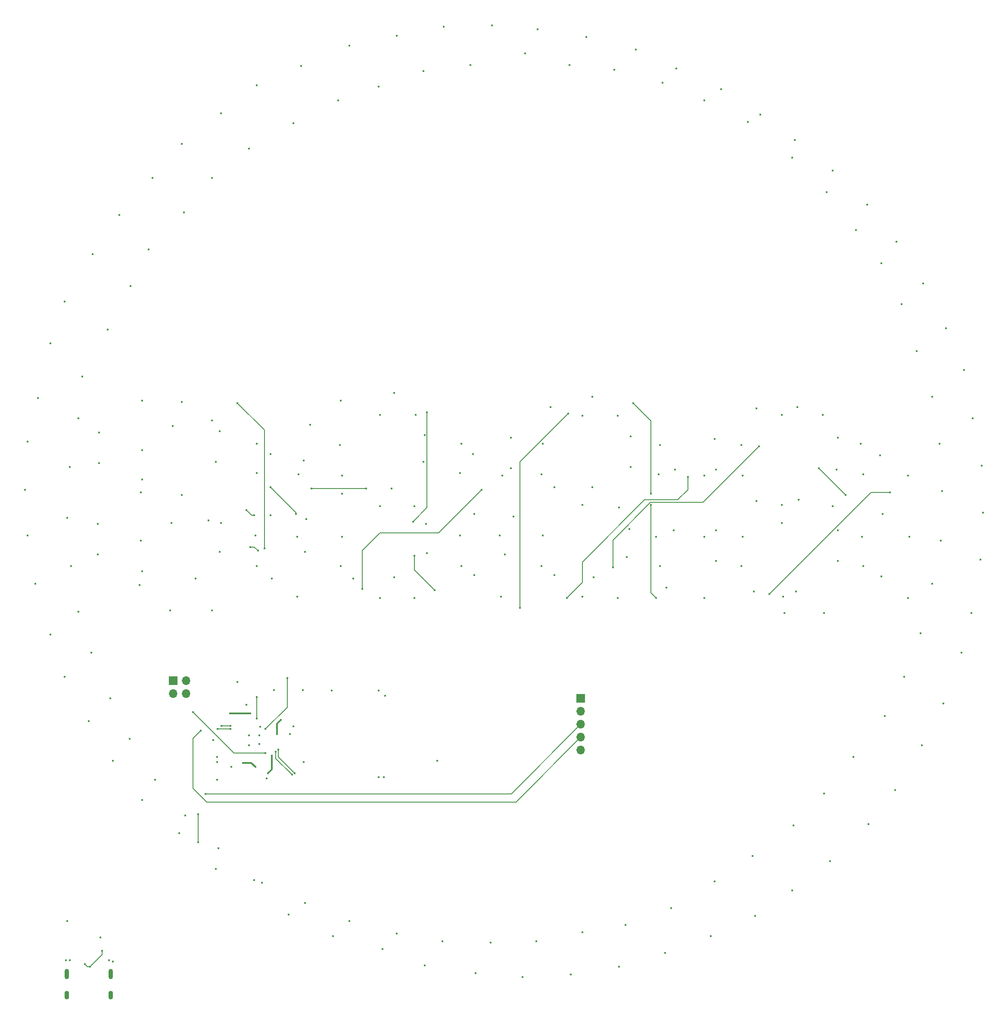
<source format=gbr>
%TF.GenerationSoftware,KiCad,Pcbnew,7.0.2-0*%
%TF.CreationDate,2023-04-30T21:52:29+02:00*%
%TF.ProjectId,tomclock,746f6d63-6c6f-4636-9b2e-6b696361645f,rev?*%
%TF.SameCoordinates,Original*%
%TF.FileFunction,Copper,L4,Bot*%
%TF.FilePolarity,Positive*%
%FSLAX46Y46*%
G04 Gerber Fmt 4.6, Leading zero omitted, Abs format (unit mm)*
G04 Created by KiCad (PCBNEW 7.0.2-0) date 2023-04-30 21:52:29*
%MOMM*%
%LPD*%
G01*
G04 APERTURE LIST*
%TA.AperFunction,ComponentPad*%
%ADD10R,1.700000X1.700000*%
%TD*%
%TA.AperFunction,ComponentPad*%
%ADD11O,1.700000X1.700000*%
%TD*%
%TA.AperFunction,ComponentPad*%
%ADD12O,0.900000X2.000000*%
%TD*%
%TA.AperFunction,ComponentPad*%
%ADD13O,0.900000X1.700000*%
%TD*%
%TA.AperFunction,ViaPad*%
%ADD14C,0.450000*%
%TD*%
%TA.AperFunction,Conductor*%
%ADD15C,0.300000*%
%TD*%
%TA.AperFunction,Conductor*%
%ADD16C,0.127000*%
%TD*%
G04 APERTURE END LIST*
D10*
%TO.P,J5,1,Pin_1*%
%TO.N,GND*%
X56060000Y-148310000D03*
D11*
%TO.P,J5,2,Pin_2*%
X58600000Y-148310000D03*
%TO.P,J5,3,Pin_3*%
%TO.N,/rp2040_base/USB_BOOT*%
X56060000Y-150850000D03*
%TO.P,J5,4,Pin_4*%
%TO.N,/rp2040_base/RESET*%
X58600000Y-150850000D03*
%TD*%
D10*
%TO.P,J1,1,Pin_1*%
%TO.N,GND*%
X136200000Y-151790000D03*
D11*
%TO.P,J1,2,Pin_2*%
%TO.N,+3V3*%
X136200000Y-154330000D03*
%TO.P,J1,3,Pin_3*%
%TO.N,/GPIO19_I2C1_SDA*%
X136200000Y-156870000D03*
%TO.P,J1,4,Pin_4*%
%TO.N,/GPIO19_I2C1_SCL*%
X136200000Y-159410000D03*
%TO.P,J1,5,Pin_5*%
%TO.N,unconnected-(J1-Pin_5-Pad5)*%
X136200000Y-161950000D03*
%TD*%
D12*
%TO.P,J2,S1,SHIELD*%
%TO.N,GND*%
X35180000Y-205945000D03*
D13*
X35180000Y-210115000D03*
D12*
X43820000Y-205945000D03*
D13*
X43820000Y-210115000D03*
%TD*%
D14*
%TO.N,GND*%
X80500000Y-120000000D03*
X143750000Y-114250000D03*
X71000000Y-159000000D03*
X65000000Y-181250000D03*
X178250000Y-42000000D03*
X40000000Y-142750000D03*
X168000000Y-120000000D03*
X191250000Y-101750000D03*
X124750000Y-206500000D03*
X103500000Y-114000000D03*
X160500000Y-108000000D03*
X37500000Y-96750000D03*
X72250000Y-119750000D03*
X97250000Y-201000000D03*
X200500000Y-132000000D03*
X78750000Y-194250000D03*
X160500000Y-132000000D03*
X105500000Y-204250000D03*
X114500000Y-27250000D03*
X143500000Y-132000000D03*
X191500000Y-120000000D03*
X43250000Y-79250000D03*
X36000000Y-125750000D03*
X120500000Y-131750000D03*
X81600000Y-150100000D03*
X208000000Y-79000000D03*
X112500000Y-107500000D03*
X125250000Y-25000000D03*
X203500000Y-70250000D03*
X175750000Y-96000000D03*
X175750000Y-117250000D03*
X120750000Y-108000000D03*
X191750000Y-125750000D03*
X43750000Y-151750000D03*
X44250000Y-203500000D03*
X47750000Y-70750000D03*
X161750000Y-198500000D03*
X160500000Y-120000000D03*
X128500000Y-107750000D03*
X37500000Y-134750000D03*
X50000000Y-126750000D03*
X211500000Y-87250000D03*
X143500000Y-96250000D03*
X192750000Y-176500000D03*
X151750000Y-125750000D03*
X151000000Y-120000000D03*
X183750000Y-96000000D03*
X176000000Y-131750000D03*
X97750000Y-151250000D03*
X72500000Y-107500000D03*
X50000000Y-108750000D03*
X108000000Y-164000000D03*
X103500000Y-132000000D03*
X87500000Y-198500000D03*
X213250000Y-96750000D03*
X198250000Y-62000000D03*
X68750000Y-148500000D03*
X170500000Y-194500000D03*
X80500000Y-131750000D03*
X56000000Y-98250000D03*
X63000000Y-116750000D03*
X71000000Y-161000000D03*
X185750000Y-48000000D03*
X185250000Y-183750000D03*
X96750000Y-96000000D03*
X136500000Y-96250000D03*
X80750000Y-107750000D03*
X67500000Y-165250000D03*
X177750000Y-189500000D03*
X52500000Y-167750000D03*
X35750000Y-106250000D03*
X71000000Y-43750000D03*
X96750000Y-114000000D03*
X215000000Y-106000000D03*
X64000000Y-160000000D03*
X64750000Y-164250000D03*
X134000000Y-27250000D03*
X63750000Y-49500000D03*
X105250000Y-28500000D03*
X73219634Y-157335000D03*
X89250000Y-108000000D03*
X112750000Y-125750000D03*
X75900000Y-150100000D03*
X72500000Y-101750000D03*
X167750000Y-102000000D03*
X58500000Y-174750000D03*
X72000000Y-187500000D03*
X70500000Y-153000000D03*
X136500000Y-131750000D03*
X35000000Y-203250000D03*
X58250000Y-56250000D03*
X38250000Y-88500000D03*
X79750000Y-38750000D03*
X103750000Y-96000000D03*
X143750000Y-204500000D03*
X79000000Y-158750000D03*
X128750000Y-119750000D03*
X55750000Y-117250000D03*
X88500000Y-34250000D03*
X79750000Y-157250000D03*
X41750000Y-198750000D03*
X89250000Y-120000000D03*
X167750000Y-125750000D03*
X89000000Y-125750000D03*
X64750000Y-163250000D03*
X120250000Y-119750000D03*
X142750000Y-28250000D03*
X168000000Y-108000000D03*
X49750000Y-120750000D03*
X184000000Y-135000000D03*
X213000000Y-135000000D03*
X112500000Y-119750000D03*
X73000000Y-159000000D03*
X64750000Y-167750000D03*
X185750000Y-114000000D03*
X63750000Y-97125500D03*
X198000000Y-169750000D03*
X203250000Y-161000000D03*
X74500000Y-167500000D03*
X176250000Y-135000000D03*
X175750000Y-113750000D03*
X72500000Y-125750000D03*
X50000000Y-103000000D03*
X47500000Y-159750000D03*
X35250000Y-195500000D03*
X51250000Y-63500000D03*
X152750000Y-201750000D03*
X215250000Y-115250000D03*
X160500000Y-34250000D03*
X81750000Y-164250000D03*
X214750000Y-124500000D03*
X88844500Y-102000000D03*
X151500000Y-107750000D03*
X211000000Y-142750000D03*
X128500000Y-125750000D03*
X63750000Y-134500000D03*
X128750000Y-101750000D03*
X151750000Y-102000000D03*
X134250000Y-206000000D03*
X55500000Y-134500000D03*
X192500000Y-54750000D03*
X207500000Y-152750000D03*
X115500000Y-205750000D03*
X200500000Y-108000000D03*
X97500000Y-167250000D03*
X112750000Y-101750000D03*
X136500000Y-113750000D03*
X35250000Y-116250000D03*
X169000000Y-38500000D03*
X73000000Y-160750000D03*
X191750000Y-107750000D03*
X96500000Y-31500000D03*
X96750000Y-132000000D03*
X200750000Y-120000000D03*
X152250000Y-30750000D03*
%TO.N,VBUS*%
X49500000Y-129500000D03*
X99000000Y-110500000D03*
X186750000Y-124750000D03*
X189750000Y-163250000D03*
X32000000Y-82000000D03*
X52000000Y-49500000D03*
X45500000Y-56750000D03*
X115250000Y-115500000D03*
X202250000Y-83500000D03*
X184500000Y-52250000D03*
X83000000Y-98000000D03*
X87250000Y-150250000D03*
X44250000Y-164000000D03*
X195250000Y-127750000D03*
X184000000Y-170500000D03*
X89000000Y-93250000D03*
X106000000Y-123250000D03*
X57750000Y-42750000D03*
X137250000Y-21750000D03*
X105750000Y-117500000D03*
X90750000Y-195500000D03*
X162500000Y-100750000D03*
X206750000Y-101750000D03*
X170750000Y-113000000D03*
X60500000Y-128250000D03*
X123000000Y-116000000D03*
X96500000Y-150250000D03*
X121250000Y-123500000D03*
X100000000Y-198000000D03*
X27500000Y-119750000D03*
X96500000Y-167250000D03*
X41500000Y-105500000D03*
X105500000Y-100000000D03*
X122500000Y-100500000D03*
X57750000Y-111750000D03*
X75250000Y-115750000D03*
X205250000Y-129250000D03*
X162750000Y-124750000D03*
X34750000Y-147500000D03*
X65250000Y-123000000D03*
X190250000Y-59750000D03*
X41250000Y-117500000D03*
X118500000Y-199750000D03*
X195500000Y-115500000D03*
X50000000Y-171750000D03*
X41500000Y-99500000D03*
X122500000Y-106500000D03*
X162750000Y-106750000D03*
X155000000Y-28000000D03*
X29500000Y-92750000D03*
X154750000Y-106750000D03*
X130250000Y-94500000D03*
X136500000Y-197750000D03*
X91500000Y-128250000D03*
X177750000Y-45500000D03*
X100000000Y-21500000D03*
X138500000Y-92500000D03*
X153000000Y-130000000D03*
X186750000Y-118750000D03*
X127750000Y-20250000D03*
X65500000Y-117250000D03*
X199250000Y-74250000D03*
X43500000Y-203250000D03*
X186750000Y-100500000D03*
X75500000Y-128250000D03*
X34750000Y-73750000D03*
X35750000Y-203250000D03*
X64500000Y-185250000D03*
X115000000Y-103750000D03*
X118750000Y-19500000D03*
X138750000Y-128000000D03*
X41250000Y-123500000D03*
X207250000Y-111000000D03*
X195000000Y-104000000D03*
X82000000Y-192000000D03*
X39500000Y-156250000D03*
X145750000Y-118500000D03*
X90750000Y-23500000D03*
X205250000Y-92500000D03*
X178750000Y-94500000D03*
X162750000Y-118750000D03*
X154000000Y-193000000D03*
X99500000Y-91750000D03*
X57750000Y-93500000D03*
X27000000Y-110750000D03*
X40250000Y-64500000D03*
X105250000Y-105250000D03*
X207000000Y-120750000D03*
X127500000Y-199500000D03*
X147000000Y-24250000D03*
X145250000Y-124000000D03*
X186500000Y-106750000D03*
X145000000Y-196250000D03*
X178500000Y-130750000D03*
X89250000Y-111500000D03*
X178000000Y-176750000D03*
X138500000Y-110250000D03*
X50000000Y-93250000D03*
X64500000Y-105250000D03*
X65250000Y-99250000D03*
X81750000Y-105000000D03*
X170250000Y-130750000D03*
X131000000Y-110250000D03*
X57250000Y-178250000D03*
X109250000Y-19750000D03*
X131000000Y-127500000D03*
X146000000Y-100250000D03*
X49750000Y-111250000D03*
X195250000Y-66250000D03*
X82250000Y-116500000D03*
X72500000Y-31250000D03*
X73500000Y-188000000D03*
X163750000Y-32000000D03*
X203000000Y-139000000D03*
X171500000Y-37000000D03*
X82000000Y-123000000D03*
X196000000Y-155250000D03*
X170000000Y-182750000D03*
X65500000Y-36750000D03*
X29000000Y-129250000D03*
X162500000Y-187750000D03*
X154500000Y-118750000D03*
X32000000Y-139250000D03*
X199750000Y-147500000D03*
X75250000Y-103750000D03*
X81250000Y-27500000D03*
X179000000Y-112750000D03*
X170750000Y-94750000D03*
X109000000Y-199500000D03*
X27500000Y-101250000D03*
X115250000Y-127500000D03*
X146000000Y-106250000D03*
X99500000Y-128000000D03*
%TO.N,+3V3*%
X71250000Y-154750000D03*
X76500000Y-158750000D03*
X77250000Y-156000000D03*
X74750000Y-166500000D03*
X67250000Y-154750000D03*
X72250000Y-165250000D03*
X75500000Y-163000000D03*
X69785000Y-164450000D03*
%TO.N,Net-(DS37-DOUT)*%
X61000000Y-180000000D03*
X61000000Y-174500000D03*
%TO.N,/Digit1/S9*%
X68750000Y-93750000D03*
X74000000Y-122250000D03*
%TO.N,Net-(DS67-DOUT)*%
X70500000Y-114750000D03*
X72000000Y-115750000D03*
%TO.N,Net-(DS69-DOUT)*%
X72750000Y-122750000D03*
X71250000Y-122000000D03*
%TO.N,/Digit2/S9*%
X103500000Y-123750000D03*
X106000000Y-95500000D03*
X103250000Y-117000000D03*
X107500000Y-130500000D03*
%TO.N,Net-(DS74-DOUT)*%
X80250000Y-115500000D03*
X75250000Y-110250000D03*
%TO.N,Net-(DS81-DOUT)*%
X83250000Y-110500000D03*
X94000000Y-110500000D03*
%TO.N,/Digit2/DIGIT_OUT*%
X124250000Y-134000000D03*
X133750000Y-95750000D03*
%TO.N,Net-(DS89-DOUT)*%
X93250000Y-130250000D03*
X116750000Y-110750000D03*
%TO.N,/Digit3/S9*%
X150000000Y-111500000D03*
X150000000Y-113750000D03*
X146500000Y-93750000D03*
X151000000Y-132000000D03*
%TO.N,/Digit3/DIGIT_OUT*%
X171250000Y-102250000D03*
X142500000Y-126000000D03*
%TO.N,Net-(DS106-DOUT)*%
X157250000Y-108250000D03*
X133500000Y-132000000D03*
%TO.N,/Digit4/S9*%
X183000000Y-106500000D03*
X188250000Y-111750000D03*
%TO.N,/rp2040_base/XIN*%
X72500000Y-151500000D03*
X72500000Y-155750000D03*
%TO.N,/rp2040_base/USB_C_D-*%
X38750000Y-204000000D03*
X39750000Y-204500000D03*
X42150000Y-201350000D03*
%TO.N,Net-(DS123-DOUT)*%
X197000000Y-111250000D03*
X173250000Y-131250000D03*
%TO.N,/rp2040_base/QSPI_SS*%
X74250000Y-162500000D03*
X60000000Y-154500000D03*
%TO.N,/rp2040_base/XOUT*%
X78500000Y-147750000D03*
X74250000Y-157750000D03*
%TO.N,/rp2040_base/GPIO0*%
X79453080Y-166773460D03*
X76271486Y-162225939D03*
%TO.N,/rp2040_base/GPIO1*%
X79968720Y-166515640D03*
X76750000Y-161815000D03*
%TO.N,/GPIO19_I2C1_SCL*%
X61500000Y-158100000D03*
X65600000Y-157200000D03*
X67350000Y-157200000D03*
%TO.N,/GPIO19_I2C1_SDA*%
X62450000Y-170550000D03*
X67350000Y-157800000D03*
X64800000Y-157750000D03*
%TD*%
D15*
%TO.N,+3V3*%
X75500000Y-165750000D02*
X74750000Y-166500000D01*
X71250000Y-154750000D02*
X67250000Y-154750000D01*
X75500000Y-163000000D02*
X75500000Y-165750000D01*
X69785000Y-164450000D02*
X71450000Y-164450000D01*
X71450000Y-164450000D02*
X72250000Y-165250000D01*
X76500000Y-156750000D02*
X77250000Y-156000000D01*
X76500000Y-158750000D02*
X76500000Y-156750000D01*
D16*
%TO.N,Net-(DS37-DOUT)*%
X61000000Y-180000000D02*
X61000000Y-174500000D01*
%TO.N,/Digit1/S9*%
X74000000Y-99000000D02*
X68750000Y-93750000D01*
X74000000Y-122250000D02*
X74000000Y-99000000D01*
%TO.N,Net-(DS67-DOUT)*%
X70500000Y-114750000D02*
X71500000Y-115750000D01*
X71500000Y-115750000D02*
X72000000Y-115750000D01*
%TO.N,Net-(DS69-DOUT)*%
X72000000Y-122000000D02*
X72750000Y-122750000D01*
X71250000Y-122000000D02*
X72000000Y-122000000D01*
%TO.N,/Digit2/S9*%
X107500000Y-130500000D02*
X103500000Y-126500000D01*
X103250000Y-117000000D02*
X106000000Y-114250000D01*
X106000000Y-114250000D02*
X106000000Y-95500000D01*
X103500000Y-126500000D02*
X103500000Y-123750000D01*
%TO.N,Net-(DS74-DOUT)*%
X75250000Y-110250000D02*
X80250000Y-115250000D01*
X80250000Y-115250000D02*
X80250000Y-115500000D01*
%TO.N,Net-(DS81-DOUT)*%
X83250000Y-110500000D02*
X94000000Y-110500000D01*
%TO.N,/Digit2/DIGIT_OUT*%
X124250000Y-105250000D02*
X133750000Y-95750000D01*
X124250000Y-134000000D02*
X124250000Y-105250000D01*
%TO.N,Net-(DS89-DOUT)*%
X93250000Y-122750000D02*
X93250000Y-130250000D01*
X116750000Y-110750000D02*
X108250000Y-119250000D01*
X108250000Y-119250000D02*
X96750000Y-119250000D01*
X96750000Y-119250000D02*
X93250000Y-122750000D01*
%TO.N,/Digit3/S9*%
X146500000Y-93750000D02*
X150000000Y-97250000D01*
X150000000Y-97250000D02*
X150000000Y-111500000D01*
X150000000Y-131000000D02*
X151000000Y-132000000D01*
X150000000Y-113750000D02*
X150000000Y-131000000D01*
%TO.N,/Digit3/DIGIT_OUT*%
X160250000Y-113250000D02*
X171250000Y-102250000D01*
X142500000Y-120662394D02*
X149912394Y-113250000D01*
X142500000Y-126000000D02*
X142500000Y-120662394D01*
X149912394Y-113250000D02*
X160250000Y-113250000D01*
%TO.N,Net-(DS106-DOUT)*%
X155250000Y-112750000D02*
X157250000Y-110750000D01*
X136500000Y-125000000D02*
X148750000Y-112750000D01*
X133500000Y-132000000D02*
X136500000Y-129000000D01*
X136500000Y-129000000D02*
X136500000Y-125000000D01*
X148750000Y-112750000D02*
X155250000Y-112750000D01*
X157250000Y-110750000D02*
X157250000Y-108250000D01*
%TO.N,/Digit4/S9*%
X183000000Y-106500000D02*
X188250000Y-111750000D01*
%TO.N,/rp2040_base/XIN*%
X72500000Y-151500000D02*
X72500000Y-155750000D01*
%TO.N,/rp2040_base/USB_C_D-*%
X39750000Y-204500000D02*
X42150000Y-202100000D01*
X42150000Y-202100000D02*
X42150000Y-201350000D01*
X39250000Y-204500000D02*
X38750000Y-204000000D01*
X39750000Y-204500000D02*
X39250000Y-204500000D01*
%TO.N,Net-(DS123-DOUT)*%
X173250000Y-131250000D02*
X193250000Y-111250000D01*
X193250000Y-111250000D02*
X197000000Y-111250000D01*
%TO.N,/rp2040_base/QSPI_SS*%
X68000000Y-162500000D02*
X74250000Y-162500000D01*
X60000000Y-154500000D02*
X68000000Y-162500000D01*
%TO.N,/rp2040_base/XOUT*%
X78500000Y-153500000D02*
X74250000Y-157750000D01*
X78500000Y-147750000D02*
X78500000Y-153500000D01*
%TO.N,/rp2040_base/GPIO0*%
X76271486Y-163591866D02*
X79453080Y-166773460D01*
X76271486Y-162225939D02*
X76271486Y-163591866D01*
%TO.N,/rp2040_base/GPIO1*%
X76750000Y-163296920D02*
X79968720Y-166515640D01*
X76750000Y-161815000D02*
X76750000Y-163296920D01*
%TO.N,/GPIO19_I2C1_SCL*%
X65600000Y-157200000D02*
X67350000Y-157200000D01*
X61500000Y-158100000D02*
X60000000Y-159600000D01*
X60000000Y-169450000D02*
X62700000Y-172150000D01*
X60000000Y-159600000D02*
X60000000Y-169450000D01*
X123460000Y-172150000D02*
X136200000Y-159410000D01*
X62700000Y-172150000D02*
X123460000Y-172150000D01*
%TO.N,/GPIO19_I2C1_SDA*%
X67350000Y-157800000D02*
X65100000Y-157800000D01*
X65100000Y-157800000D02*
X64850000Y-157800000D01*
X64850000Y-157800000D02*
X64800000Y-157750000D01*
X122520000Y-170550000D02*
X136200000Y-156870000D01*
X62450000Y-170550000D02*
X122520000Y-170550000D01*
%TD*%
M02*

</source>
